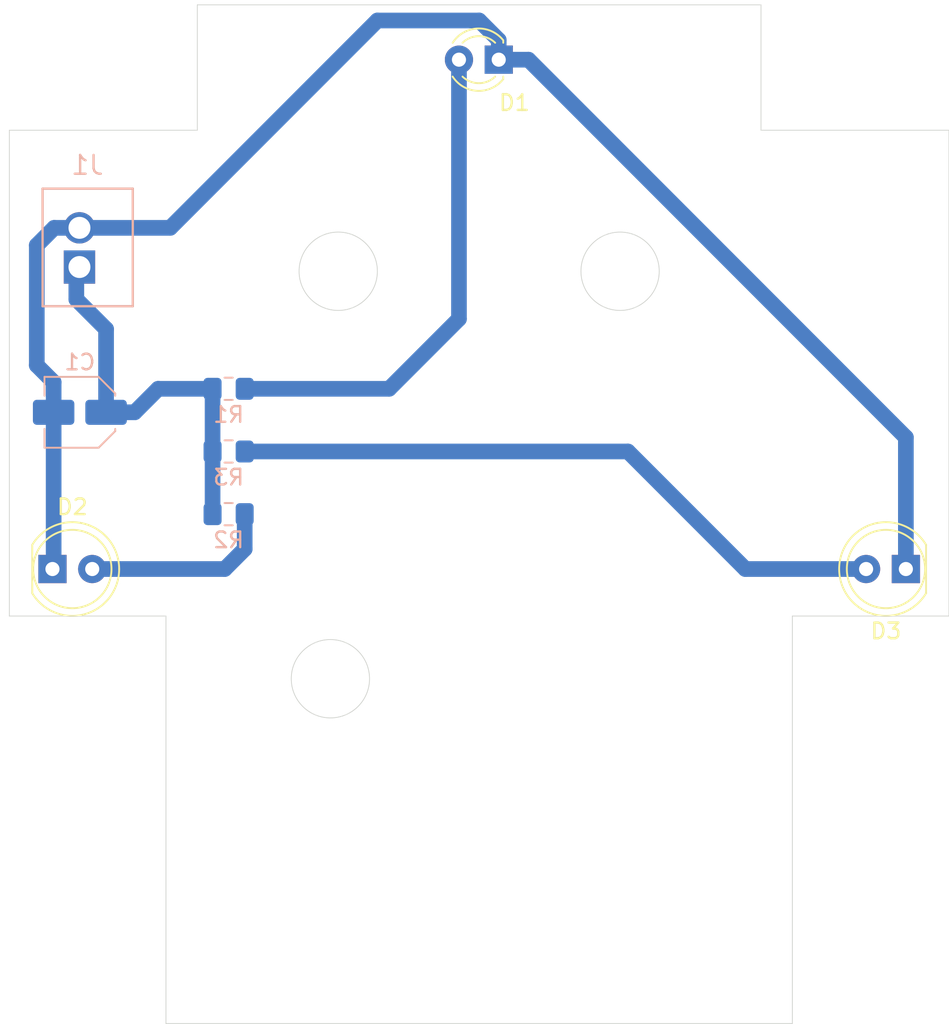
<source format=kicad_pcb>
(kicad_pcb (version 20171130) (host pcbnew "(5.1.5)-3")

  (general
    (thickness 1.6)
    (drawings 16)
    (tracks 31)
    (zones 0)
    (modules 8)
    (nets 6)
  )

  (page A4)
  (layers
    (0 F.Cu signal)
    (31 B.Cu signal)
    (32 B.Adhes user)
    (33 F.Adhes user)
    (34 B.Paste user)
    (35 F.Paste user)
    (36 B.SilkS user)
    (37 F.SilkS user)
    (38 B.Mask user)
    (39 F.Mask user)
    (40 Dwgs.User user)
    (41 Cmts.User user)
    (42 Eco1.User user)
    (43 Eco2.User user)
    (44 Edge.Cuts user)
    (45 Margin user)
    (46 B.CrtYd user)
    (47 F.CrtYd user)
    (48 B.Fab user)
    (49 F.Fab user)
  )

  (setup
    (last_trace_width 1)
    (user_trace_width 0.5)
    (user_trace_width 0.8)
    (user_trace_width 1)
    (trace_clearance 0.2)
    (zone_clearance 0.508)
    (zone_45_only no)
    (trace_min 0.2)
    (via_size 0.8)
    (via_drill 0.4)
    (via_min_size 0.4)
    (via_min_drill 0.3)
    (uvia_size 0.3)
    (uvia_drill 0.1)
    (uvias_allowed no)
    (uvia_min_size 0.2)
    (uvia_min_drill 0.1)
    (edge_width 0.05)
    (segment_width 0.2)
    (pcb_text_width 0.3)
    (pcb_text_size 1.5 1.5)
    (mod_edge_width 0.12)
    (mod_text_size 1 1)
    (mod_text_width 0.15)
    (pad_size 1.524 1.524)
    (pad_drill 0.762)
    (pad_to_mask_clearance 0.051)
    (solder_mask_min_width 0.25)
    (aux_axis_origin 0 0)
    (visible_elements FFFFFF7F)
    (pcbplotparams
      (layerselection 0x010fc_ffffffff)
      (usegerberextensions false)
      (usegerberattributes false)
      (usegerberadvancedattributes false)
      (creategerberjobfile false)
      (excludeedgelayer true)
      (linewidth 0.100000)
      (plotframeref false)
      (viasonmask false)
      (mode 1)
      (useauxorigin false)
      (hpglpennumber 1)
      (hpglpenspeed 20)
      (hpglpendiameter 15.000000)
      (psnegative false)
      (psa4output false)
      (plotreference true)
      (plotvalue true)
      (plotinvisibletext false)
      (padsonsilk false)
      (subtractmaskfromsilk false)
      (outputformat 1)
      (mirror false)
      (drillshape 1)
      (scaleselection 1)
      (outputdirectory ""))
  )

  (net 0 "")
  (net 1 GND)
  (net 2 +12V)
  (net 3 "Net-(D1-Pad2)")
  (net 4 "Net-(D2-Pad2)")
  (net 5 "Net-(D3-Pad2)")

  (net_class Default "This is the default net class."
    (clearance 0.2)
    (trace_width 0.25)
    (via_dia 0.8)
    (via_drill 0.4)
    (uvia_dia 0.3)
    (uvia_drill 0.1)
    (add_net +12V)
    (add_net GND)
    (add_net "Net-(D1-Pad2)")
    (add_net "Net-(D2-Pad2)")
    (add_net "Net-(D3-Pad2)")
  )

  (module LED_THT:LED_D3.0mm_IRGrey locked (layer F.Cu) (tedit 5A6C9BB8) (tstamp 5FA6BD1D)
    (at 131.25 43.5 180)
    (descr "IR-LED, diameter 3.0mm, 2 pins, color: grey")
    (tags "IR infrared LED diameter 3.0mm 2 pins grey")
    (path /5FA6D53B)
    (fp_text reference D1 (at -1 -2.75) (layer F.SilkS)
      (effects (font (size 1 1) (thickness 0.15)))
    )
    (fp_text value LED (at 1.27 2.96) (layer F.Fab)
      (effects (font (size 1 1) (thickness 0.15)))
    )
    (fp_arc (start 1.27 0) (end 0.229039 1.08) (angle -87.9) (layer F.SilkS) (width 0.12))
    (fp_arc (start 1.27 0) (end 0.229039 -1.08) (angle 87.9) (layer F.SilkS) (width 0.12))
    (fp_arc (start 1.27 0) (end -0.29 1.235516) (angle -108.8) (layer F.SilkS) (width 0.12))
    (fp_arc (start 1.27 0) (end -0.29 -1.235516) (angle 108.8) (layer F.SilkS) (width 0.12))
    (fp_arc (start 1.27 0) (end -0.23 -1.16619) (angle 284.3) (layer F.Fab) (width 0.1))
    (fp_circle (center 1.27 0) (end 2.77 0) (layer F.Fab) (width 0.1))
    (fp_line (start 3.7 -2.25) (end -1.15 -2.25) (layer F.CrtYd) (width 0.05))
    (fp_line (start 3.7 2.25) (end 3.7 -2.25) (layer F.CrtYd) (width 0.05))
    (fp_line (start -1.15 2.25) (end 3.7 2.25) (layer F.CrtYd) (width 0.05))
    (fp_line (start -1.15 -2.25) (end -1.15 2.25) (layer F.CrtYd) (width 0.05))
    (fp_line (start -0.29 1.08) (end -0.29 1.236) (layer F.SilkS) (width 0.12))
    (fp_line (start -0.29 -1.236) (end -0.29 -1.08) (layer F.SilkS) (width 0.12))
    (fp_line (start -0.23 -1.16619) (end -0.23 1.16619) (layer F.Fab) (width 0.1))
    (fp_text user %R (at 1.47 0) (layer F.Fab)
      (effects (font (size 0.8 0.8) (thickness 0.12)))
    )
    (pad 2 thru_hole circle (at 2.54 0 180) (size 1.8 1.8) (drill 0.9) (layers *.Cu *.Mask)
      (net 3 "Net-(D1-Pad2)"))
    (pad 1 thru_hole rect (at 0 0 180) (size 1.8 1.8) (drill 0.9) (layers *.Cu *.Mask)
      (net 1 GND))
    (model ${KISYS3DMOD}/LED_THT.3dshapes/LED_D3.0mm_IRGrey.wrl
      (at (xyz 0 0 0))
      (scale (xyz 1 1 1))
      (rotate (xyz 0 0 0))
    )
  )

  (module Resistor_SMD:R_0805_2012Metric_Pad1.15x1.40mm_HandSolder (layer B.Cu) (tedit 5B36C52B) (tstamp 5FA6BD86)
    (at 114 68.5)
    (descr "Resistor SMD 0805 (2012 Metric), square (rectangular) end terminal, IPC_7351 nominal with elongated pad for handsoldering. (Body size source: https://docs.google.com/spreadsheets/d/1BsfQQcO9C6DZCsRaXUlFlo91Tg2WpOkGARC1WS5S8t0/edit?usp=sharing), generated with kicad-footprint-generator")
    (tags "resistor handsolder")
    (path /5FA71295)
    (attr smd)
    (fp_text reference R3 (at 0 1.65) (layer B.SilkS)
      (effects (font (size 1 1) (thickness 0.15)) (justify mirror))
    )
    (fp_text value 510 (at 0 -1.65) (layer B.Fab)
      (effects (font (size 1 1) (thickness 0.15)) (justify mirror))
    )
    (fp_text user %R (at 0 0) (layer B.Fab)
      (effects (font (size 0.5 0.5) (thickness 0.08)) (justify mirror))
    )
    (fp_line (start 1.85 -0.95) (end -1.85 -0.95) (layer B.CrtYd) (width 0.05))
    (fp_line (start 1.85 0.95) (end 1.85 -0.95) (layer B.CrtYd) (width 0.05))
    (fp_line (start -1.85 0.95) (end 1.85 0.95) (layer B.CrtYd) (width 0.05))
    (fp_line (start -1.85 -0.95) (end -1.85 0.95) (layer B.CrtYd) (width 0.05))
    (fp_line (start -0.261252 -0.71) (end 0.261252 -0.71) (layer B.SilkS) (width 0.12))
    (fp_line (start -0.261252 0.71) (end 0.261252 0.71) (layer B.SilkS) (width 0.12))
    (fp_line (start 1 -0.6) (end -1 -0.6) (layer B.Fab) (width 0.1))
    (fp_line (start 1 0.6) (end 1 -0.6) (layer B.Fab) (width 0.1))
    (fp_line (start -1 0.6) (end 1 0.6) (layer B.Fab) (width 0.1))
    (fp_line (start -1 -0.6) (end -1 0.6) (layer B.Fab) (width 0.1))
    (pad 2 smd roundrect (at 1.025 0) (size 1.15 1.4) (layers B.Cu B.Paste B.Mask) (roundrect_rratio 0.217391)
      (net 5 "Net-(D3-Pad2)"))
    (pad 1 smd roundrect (at -1.025 0) (size 1.15 1.4) (layers B.Cu B.Paste B.Mask) (roundrect_rratio 0.217391)
      (net 2 +12V))
    (model ${KISYS3DMOD}/Resistor_SMD.3dshapes/R_0805_2012Metric.wrl
      (at (xyz 0 0 0))
      (scale (xyz 1 1 1))
      (rotate (xyz 0 0 0))
    )
  )

  (module Resistor_SMD:R_0805_2012Metric_Pad1.15x1.40mm_HandSolder (layer B.Cu) (tedit 5B36C52B) (tstamp 5FA6BD75)
    (at 114 72.5)
    (descr "Resistor SMD 0805 (2012 Metric), square (rectangular) end terminal, IPC_7351 nominal with elongated pad for handsoldering. (Body size source: https://docs.google.com/spreadsheets/d/1BsfQQcO9C6DZCsRaXUlFlo91Tg2WpOkGARC1WS5S8t0/edit?usp=sharing), generated with kicad-footprint-generator")
    (tags "resistor handsolder")
    (path /5FA70F82)
    (attr smd)
    (fp_text reference R2 (at 0 1.65) (layer B.SilkS)
      (effects (font (size 1 1) (thickness 0.15)) (justify mirror))
    )
    (fp_text value 510 (at 0 -1.65) (layer B.Fab)
      (effects (font (size 1 1) (thickness 0.15)) (justify mirror))
    )
    (fp_text user %R (at 0 0) (layer B.Fab)
      (effects (font (size 0.5 0.5) (thickness 0.08)) (justify mirror))
    )
    (fp_line (start 1.85 -0.95) (end -1.85 -0.95) (layer B.CrtYd) (width 0.05))
    (fp_line (start 1.85 0.95) (end 1.85 -0.95) (layer B.CrtYd) (width 0.05))
    (fp_line (start -1.85 0.95) (end 1.85 0.95) (layer B.CrtYd) (width 0.05))
    (fp_line (start -1.85 -0.95) (end -1.85 0.95) (layer B.CrtYd) (width 0.05))
    (fp_line (start -0.261252 -0.71) (end 0.261252 -0.71) (layer B.SilkS) (width 0.12))
    (fp_line (start -0.261252 0.71) (end 0.261252 0.71) (layer B.SilkS) (width 0.12))
    (fp_line (start 1 -0.6) (end -1 -0.6) (layer B.Fab) (width 0.1))
    (fp_line (start 1 0.6) (end 1 -0.6) (layer B.Fab) (width 0.1))
    (fp_line (start -1 0.6) (end 1 0.6) (layer B.Fab) (width 0.1))
    (fp_line (start -1 -0.6) (end -1 0.6) (layer B.Fab) (width 0.1))
    (pad 2 smd roundrect (at 1.025 0) (size 1.15 1.4) (layers B.Cu B.Paste B.Mask) (roundrect_rratio 0.217391)
      (net 4 "Net-(D2-Pad2)"))
    (pad 1 smd roundrect (at -1.025 0) (size 1.15 1.4) (layers B.Cu B.Paste B.Mask) (roundrect_rratio 0.217391)
      (net 2 +12V))
    (model ${KISYS3DMOD}/Resistor_SMD.3dshapes/R_0805_2012Metric.wrl
      (at (xyz 0 0 0))
      (scale (xyz 1 1 1))
      (rotate (xyz 0 0 0))
    )
  )

  (module Resistor_SMD:R_0805_2012Metric_Pad1.15x1.40mm_HandSolder (layer B.Cu) (tedit 5B36C52B) (tstamp 5FA6BD64)
    (at 114 64.5)
    (descr "Resistor SMD 0805 (2012 Metric), square (rectangular) end terminal, IPC_7351 nominal with elongated pad for handsoldering. (Body size source: https://docs.google.com/spreadsheets/d/1BsfQQcO9C6DZCsRaXUlFlo91Tg2WpOkGARC1WS5S8t0/edit?usp=sharing), generated with kicad-footprint-generator")
    (tags "resistor handsolder")
    (path /5FA708F0)
    (attr smd)
    (fp_text reference R1 (at 0 1.65) (layer B.SilkS)
      (effects (font (size 1 1) (thickness 0.15)) (justify mirror))
    )
    (fp_text value 510 (at 0 -1.65) (layer B.Fab)
      (effects (font (size 1 1) (thickness 0.15)) (justify mirror))
    )
    (fp_text user %R (at 0 0) (layer B.Fab)
      (effects (font (size 0.5 0.5) (thickness 0.08)) (justify mirror))
    )
    (fp_line (start 1.85 -0.95) (end -1.85 -0.95) (layer B.CrtYd) (width 0.05))
    (fp_line (start 1.85 0.95) (end 1.85 -0.95) (layer B.CrtYd) (width 0.05))
    (fp_line (start -1.85 0.95) (end 1.85 0.95) (layer B.CrtYd) (width 0.05))
    (fp_line (start -1.85 -0.95) (end -1.85 0.95) (layer B.CrtYd) (width 0.05))
    (fp_line (start -0.261252 -0.71) (end 0.261252 -0.71) (layer B.SilkS) (width 0.12))
    (fp_line (start -0.261252 0.71) (end 0.261252 0.71) (layer B.SilkS) (width 0.12))
    (fp_line (start 1 -0.6) (end -1 -0.6) (layer B.Fab) (width 0.1))
    (fp_line (start 1 0.6) (end 1 -0.6) (layer B.Fab) (width 0.1))
    (fp_line (start -1 0.6) (end 1 0.6) (layer B.Fab) (width 0.1))
    (fp_line (start -1 -0.6) (end -1 0.6) (layer B.Fab) (width 0.1))
    (pad 2 smd roundrect (at 1.025 0) (size 1.15 1.4) (layers B.Cu B.Paste B.Mask) (roundrect_rratio 0.217391)
      (net 3 "Net-(D1-Pad2)"))
    (pad 1 smd roundrect (at -1.025 0) (size 1.15 1.4) (layers B.Cu B.Paste B.Mask) (roundrect_rratio 0.217391)
      (net 2 +12V))
    (model ${KISYS3DMOD}/Resistor_SMD.3dshapes/R_0805_2012Metric.wrl
      (at (xyz 0 0 0))
      (scale (xyz 1 1 1))
      (rotate (xyz 0 0 0))
    )
  )

  (module Validator_SensorBoard:CWF-2 (layer B.Cu) (tedit 5F9090D1) (tstamp 5FA6BD53)
    (at 105 55.5 90)
    (descr "Header, Vertical Receptacle, 2.50 mm row X 2.35 mm column pitch; 0.89 mm lead width, 8 pins, 1 row, 8 pins per row, 22.40 mm L X 5.75 mm W X 7.00 mm H body")
    (path /5FA71BF6)
    (fp_text reference J1 (at 5.27 -0.025) (layer B.SilkS)
      (effects (font (size 1.2 1.2) (thickness 0.15)) (justify mirror))
    )
    (fp_text value Conn_01x02 (at 0 -4.445 270) (layer B.Fab)
      (effects (font (size 1.524 1.524) (thickness 0.15)) (justify mirror))
    )
    (fp_line (start -3.73 -2.88) (end -3.73 2.88) (layer B.SilkS) (width 0.15))
    (fp_line (start -3.73 2.88) (end 3.77 2.88) (layer B.SilkS) (width 0.15))
    (fp_line (start 3.77 2.88) (end 3.77 -2.88) (layer B.SilkS) (width 0.15))
    (fp_line (start 3.77 -2.88) (end -3.73 -2.88) (layer B.SilkS) (width 0.15))
    (fp_line (start -3.98 -3.13) (end -3.98 3.13) (layer B.CrtYd) (width 0.05))
    (fp_line (start -3.98 3.13) (end 4.02 3.13) (layer B.CrtYd) (width 0.05))
    (fp_line (start 4.02 3.13) (end 4.02 -3.13) (layer B.CrtYd) (width 0.05))
    (fp_line (start 4.02 -3.13) (end -3.98 -3.13) (layer B.CrtYd) (width 0.05))
    (fp_line (start -3.73 -2.88) (end -3.73 2.88) (layer B.Fab) (width 0.12))
    (fp_line (start -3.73 2.88) (end 3.77 2.88) (layer B.Fab) (width 0.12))
    (fp_line (start 3.77 2.88) (end 3.77 -2.88) (layer B.Fab) (width 0.12))
    (fp_line (start 3.77 -2.88) (end -3.73 -2.88) (layer B.Fab) (width 0.12))
    (pad 1 thru_hole rect (at -1.23 -0.525 90) (size 2.12 2) (drill 1.4) (layers *.Cu *.Mask)
      (net 2 +12V))
    (pad 2 thru_hole circle (at 1.27 -0.525 90) (size 2 2) (drill 1.4) (layers *.Cu *.Mask)
      (net 1 GND))
    (model "${KIPRJMOD}/User Library-DS1069-2 CWF-2.step"
      (offset (xyz -1.2 -0.5 0))
      (scale (xyz 1 1 1))
      (rotate (xyz 0 0 0))
    )
  )

  (module LED_THT:LED_D5.0mm_IRGrey locked (layer F.Cu) (tedit 5A6C9BB8) (tstamp 5FA6BD41)
    (at 157.25 76 180)
    (descr "LED, diameter 5.0mm, 2 pins, http://cdn-reichelt.de/documents/datenblatt/A500/LL-504BC2E-009.pdf")
    (tags "LED diameter 5.0mm 2 pins")
    (path /5FA6FBE3)
    (fp_text reference D3 (at 1.27 -3.96) (layer F.SilkS)
      (effects (font (size 1 1) (thickness 0.15)))
    )
    (fp_text value LED (at 1.27 3.96) (layer F.Fab)
      (effects (font (size 1 1) (thickness 0.15)))
    )
    (fp_arc (start 1.27 0) (end -1.29 1.54483) (angle -148.9) (layer F.SilkS) (width 0.12))
    (fp_arc (start 1.27 0) (end -1.29 -1.54483) (angle 148.9) (layer F.SilkS) (width 0.12))
    (fp_arc (start 1.27 0) (end -1.23 -1.469694) (angle 299.1) (layer F.Fab) (width 0.1))
    (fp_circle (center 1.27 0) (end 3.77 0) (layer F.SilkS) (width 0.12))
    (fp_circle (center 1.27 0) (end 3.77 0) (layer F.Fab) (width 0.1))
    (fp_line (start 4.5 -3.25) (end -1.95 -3.25) (layer F.CrtYd) (width 0.05))
    (fp_line (start 4.5 3.25) (end 4.5 -3.25) (layer F.CrtYd) (width 0.05))
    (fp_line (start -1.95 3.25) (end 4.5 3.25) (layer F.CrtYd) (width 0.05))
    (fp_line (start -1.95 -3.25) (end -1.95 3.25) (layer F.CrtYd) (width 0.05))
    (fp_line (start -1.29 -1.545) (end -1.29 1.545) (layer F.SilkS) (width 0.12))
    (fp_line (start -1.23 -1.469694) (end -1.23 1.469694) (layer F.Fab) (width 0.1))
    (fp_text user %R (at 1.25 0) (layer F.Fab)
      (effects (font (size 0.8 0.8) (thickness 0.2)))
    )
    (pad 2 thru_hole circle (at 2.54 0 180) (size 1.8 1.8) (drill 0.9) (layers *.Cu *.Mask)
      (net 5 "Net-(D3-Pad2)"))
    (pad 1 thru_hole rect (at 0 0 180) (size 1.8 1.8) (drill 0.9) (layers *.Cu *.Mask)
      (net 1 GND))
    (model ${KISYS3DMOD}/LED_THT.3dshapes/LED_D5.0mm_IRGrey.wrl
      (at (xyz 0 0 0))
      (scale (xyz 1 1 1))
      (rotate (xyz 0 0 0))
    )
  )

  (module LED_THT:LED_D5.0mm_IRGrey locked (layer F.Cu) (tedit 5A6C9BB8) (tstamp 5FA6BD2F)
    (at 102.75 76)
    (descr "LED, diameter 5.0mm, 2 pins, http://cdn-reichelt.de/documents/datenblatt/A500/LL-504BC2E-009.pdf")
    (tags "LED diameter 5.0mm 2 pins")
    (path /5FA6EF24)
    (fp_text reference D2 (at 1.27 -3.96) (layer F.SilkS)
      (effects (font (size 1 1) (thickness 0.15)))
    )
    (fp_text value LED (at 1.27 3.96) (layer F.Fab)
      (effects (font (size 1 1) (thickness 0.15)))
    )
    (fp_arc (start 1.27 0) (end -1.29 1.54483) (angle -148.9) (layer F.SilkS) (width 0.12))
    (fp_arc (start 1.27 0) (end -1.29 -1.54483) (angle 148.9) (layer F.SilkS) (width 0.12))
    (fp_arc (start 1.27 0) (end -1.23 -1.469694) (angle 299.1) (layer F.Fab) (width 0.1))
    (fp_circle (center 1.27 0) (end 3.77 0) (layer F.SilkS) (width 0.12))
    (fp_circle (center 1.27 0) (end 3.77 0) (layer F.Fab) (width 0.1))
    (fp_line (start 4.5 -3.25) (end -1.95 -3.25) (layer F.CrtYd) (width 0.05))
    (fp_line (start 4.5 3.25) (end 4.5 -3.25) (layer F.CrtYd) (width 0.05))
    (fp_line (start -1.95 3.25) (end 4.5 3.25) (layer F.CrtYd) (width 0.05))
    (fp_line (start -1.95 -3.25) (end -1.95 3.25) (layer F.CrtYd) (width 0.05))
    (fp_line (start -1.29 -1.545) (end -1.29 1.545) (layer F.SilkS) (width 0.12))
    (fp_line (start -1.23 -1.469694) (end -1.23 1.469694) (layer F.Fab) (width 0.1))
    (fp_text user %R (at 1.25 0) (layer F.Fab)
      (effects (font (size 0.8 0.8) (thickness 0.2)))
    )
    (pad 2 thru_hole circle (at 2.54 0) (size 1.8 1.8) (drill 0.9) (layers *.Cu *.Mask)
      (net 4 "Net-(D2-Pad2)"))
    (pad 1 thru_hole rect (at 0 0) (size 1.8 1.8) (drill 0.9) (layers *.Cu *.Mask)
      (net 1 GND))
    (model ${KISYS3DMOD}/LED_THT.3dshapes/LED_D5.0mm_IRGrey.wrl
      (at (xyz 0 0 0))
      (scale (xyz 1 1 1))
      (rotate (xyz 0 0 0))
    )
  )

  (module Capacitor_SMD:C_Elec_4x5.4 (layer B.Cu) (tedit 5BC8D926) (tstamp 5FA6BD0B)
    (at 104.5 66 180)
    (descr "SMD capacitor, aluminum electrolytic nonpolar, 4.0x5.4mm")
    (tags "capacitor electrolyic nonpolar")
    (path /5FA7AC6F)
    (attr smd)
    (fp_text reference C1 (at 0 3.2) (layer B.SilkS)
      (effects (font (size 1 1) (thickness 0.15)) (justify mirror))
    )
    (fp_text value 1u (at 0 -3.2) (layer B.Fab)
      (effects (font (size 1 1) (thickness 0.15)) (justify mirror))
    )
    (fp_text user %R (at 0 0) (layer B.Fab)
      (effects (font (size 0.8 0.8) (thickness 0.12)) (justify mirror))
    )
    (fp_line (start -3.25 -1.05) (end -2.4 -1.05) (layer B.CrtYd) (width 0.05))
    (fp_line (start -3.25 1.05) (end -3.25 -1.05) (layer B.CrtYd) (width 0.05))
    (fp_line (start -2.4 1.05) (end -3.25 1.05) (layer B.CrtYd) (width 0.05))
    (fp_line (start -2.4 -1.05) (end -2.4 -1.25) (layer B.CrtYd) (width 0.05))
    (fp_line (start -2.4 1.25) (end -2.4 1.05) (layer B.CrtYd) (width 0.05))
    (fp_line (start -2.4 1.25) (end -1.25 2.4) (layer B.CrtYd) (width 0.05))
    (fp_line (start -2.4 -1.25) (end -1.25 -2.4) (layer B.CrtYd) (width 0.05))
    (fp_line (start -1.25 2.4) (end 2.4 2.4) (layer B.CrtYd) (width 0.05))
    (fp_line (start -1.25 -2.4) (end 2.4 -2.4) (layer B.CrtYd) (width 0.05))
    (fp_line (start 2.4 -1.05) (end 2.4 -2.4) (layer B.CrtYd) (width 0.05))
    (fp_line (start 3.25 -1.05) (end 2.4 -1.05) (layer B.CrtYd) (width 0.05))
    (fp_line (start 3.25 1.05) (end 3.25 -1.05) (layer B.CrtYd) (width 0.05))
    (fp_line (start 2.4 1.05) (end 3.25 1.05) (layer B.CrtYd) (width 0.05))
    (fp_line (start 2.4 2.4) (end 2.4 1.05) (layer B.CrtYd) (width 0.05))
    (fp_line (start -2.26 -1.195563) (end -1.195563 -2.26) (layer B.SilkS) (width 0.12))
    (fp_line (start -2.26 1.195563) (end -1.195563 2.26) (layer B.SilkS) (width 0.12))
    (fp_line (start -2.26 1.195563) (end -2.26 1.06) (layer B.SilkS) (width 0.12))
    (fp_line (start -2.26 -1.195563) (end -2.26 -1.06) (layer B.SilkS) (width 0.12))
    (fp_line (start -1.195563 -2.26) (end 2.26 -2.26) (layer B.SilkS) (width 0.12))
    (fp_line (start -1.195563 2.26) (end 2.26 2.26) (layer B.SilkS) (width 0.12))
    (fp_line (start 2.26 2.26) (end 2.26 1.06) (layer B.SilkS) (width 0.12))
    (fp_line (start 2.26 -2.26) (end 2.26 -1.06) (layer B.SilkS) (width 0.12))
    (fp_line (start -2.15 -1.15) (end -1.15 -2.15) (layer B.Fab) (width 0.1))
    (fp_line (start -2.15 1.15) (end -1.15 2.15) (layer B.Fab) (width 0.1))
    (fp_line (start -2.15 1.15) (end -2.15 -1.15) (layer B.Fab) (width 0.1))
    (fp_line (start -1.15 -2.15) (end 2.15 -2.15) (layer B.Fab) (width 0.1))
    (fp_line (start -1.15 2.15) (end 2.15 2.15) (layer B.Fab) (width 0.1))
    (fp_line (start 2.15 2.15) (end 2.15 -2.15) (layer B.Fab) (width 0.1))
    (fp_circle (center 0 0) (end 2 0) (layer B.Fab) (width 0.1))
    (pad 2 smd roundrect (at 1.675 0 180) (size 2.65 1.6) (layers B.Cu B.Paste B.Mask) (roundrect_rratio 0.15625)
      (net 1 GND))
    (pad 1 smd roundrect (at -1.675 0 180) (size 2.65 1.6) (layers B.Cu B.Paste B.Mask) (roundrect_rratio 0.15625)
      (net 2 +12V))
    (model ${KISYS3DMOD}/Capacitor_SMD.3dshapes/C_Elec_4x5.4.wrl
      (at (xyz 0 0 0))
      (scale (xyz 1 1 1))
      (rotate (xyz 0 0 0))
    )
  )

  (gr_circle (center 120.5 83) (end 123 83) (layer Edge.Cuts) (width 0.05) (tstamp 5FA6C2BF))
  (gr_line (start 150 79) (end 160 79) (layer Edge.Cuts) (width 0.05))
  (gr_line (start 110 79) (end 100 79) (layer Edge.Cuts) (width 0.05))
  (gr_line (start 110 105) (end 110 79) (layer Edge.Cuts) (width 0.05))
  (gr_circle (center 139 57) (end 141.5 57) (layer Edge.Cuts) (width 0.05) (tstamp 5FA6C1A3))
  (gr_circle (center 121 57) (end 123.5 57) (layer Edge.Cuts) (width 0.05))
  (gr_line (start 100 48) (end 112 48) (layer Edge.Cuts) (width 0.05) (tstamp 5FA6C113))
  (gr_line (start 112 48) (end 112 40) (layer Edge.Cuts) (width 0.05) (tstamp 5FA6C110))
  (gr_line (start 148 48) (end 160 48) (layer Edge.Cuts) (width 0.05))
  (gr_line (start 148 40) (end 148 48) (layer Edge.Cuts) (width 0.05))
  (gr_line (start 100 79) (end 100 79) (layer Edge.Cuts) (width 0.05) (tstamp 5FA6C10A))
  (gr_line (start 150 105) (end 150 79) (layer Edge.Cuts) (width 0.05) (tstamp 5FA6C102))
  (gr_line (start 100 48) (end 100 79) (layer Edge.Cuts) (width 0.05) (tstamp 5FA6C0D7))
  (gr_line (start 148 40) (end 112 40) (layer Edge.Cuts) (width 0.05) (tstamp 5FA6C0D6))
  (gr_line (start 160 79) (end 160 48) (layer Edge.Cuts) (width 0.05))
  (gr_line (start 110 105) (end 150 105) (layer Edge.Cuts) (width 0.05))

  (segment (start 133.15 43.5) (end 131.25 43.5) (width 1) (layer B.Cu) (net 1))
  (segment (start 157.25 76) (end 157.25 67.6) (width 1) (layer B.Cu) (net 1))
  (segment (start 157.25 67.6) (end 133.15 43.5) (width 1) (layer B.Cu) (net 1))
  (segment (start 101.75 55.340787) (end 101.75 63) (width 1) (layer B.Cu) (net 1))
  (segment (start 104.275 54.23) (end 102.860787 54.23) (width 1) (layer B.Cu) (net 1))
  (segment (start 102.825 64.075) (end 102.825 66) (width 1) (layer B.Cu) (net 1))
  (segment (start 101.75 63) (end 102.825 64.075) (width 1) (layer B.Cu) (net 1))
  (segment (start 102.860787 54.23) (end 101.75 55.340787) (width 1) (layer B.Cu) (net 1))
  (segment (start 102.825 75.925) (end 102.75 76) (width 1) (layer B.Cu) (net 1))
  (segment (start 102.825 66) (end 102.825 75.925) (width 1) (layer B.Cu) (net 1))
  (segment (start 110.27 54.23) (end 104.275 54.23) (width 1) (layer B.Cu) (net 1))
  (segment (start 123.5 41) (end 110.27 54.23) (width 1) (layer B.Cu) (net 1))
  (segment (start 130 41) (end 123.5 41) (width 1) (layer B.Cu) (net 1))
  (segment (start 131.25 43.5) (end 131.25 42.25) (width 1) (layer B.Cu) (net 1))
  (segment (start 131.25 42.25) (end 130 41) (width 1) (layer B.Cu) (net 1))
  (segment (start 112.975 64.5) (end 112.975 72.5) (width 1) (layer B.Cu) (net 2))
  (segment (start 106.175 66) (end 108 66) (width 1) (layer B.Cu) (net 2))
  (segment (start 109.5 64.5) (end 112.975 64.5) (width 1) (layer B.Cu) (net 2))
  (segment (start 108 66) (end 109.5 64.5) (width 1) (layer B.Cu) (net 2))
  (segment (start 104.275 56.73) (end 104.275 58.79) (width 1) (layer B.Cu) (net 2))
  (segment (start 106.175 60.69) (end 106.175 66) (width 1) (layer B.Cu) (net 2))
  (segment (start 104.275 58.79) (end 106.175 60.69) (width 1) (layer B.Cu) (net 2))
  (segment (start 124.25 64.5) (end 115.025 64.5) (width 1) (layer B.Cu) (net 3))
  (segment (start 128.71 60.04) (end 128.71 43.5) (width 1) (layer B.Cu) (net 3))
  (segment (start 124.25 64.5) (end 128.71 60.04) (width 1) (layer B.Cu) (net 3))
  (segment (start 105.29 76) (end 113.75 76) (width 1) (layer B.Cu) (net 4))
  (segment (start 115.025 74.725) (end 115.025 72.5) (width 1) (layer B.Cu) (net 4))
  (segment (start 113.75 76) (end 115.025 74.725) (width 1) (layer B.Cu) (net 4))
  (segment (start 115.025 68.5) (end 139.5 68.5) (width 1) (layer B.Cu) (net 5))
  (segment (start 147 76) (end 154.71 76) (width 1) (layer B.Cu) (net 5))
  (segment (start 139.5 68.5) (end 147 76) (width 1) (layer B.Cu) (net 5))

)

</source>
